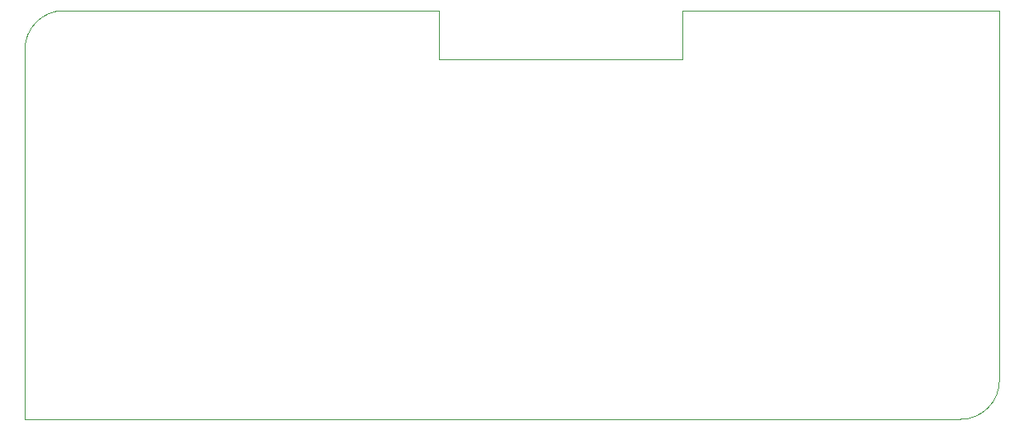
<source format=gbr>
%TF.GenerationSoftware,KiCad,Pcbnew,7.0.10-7.0.10~ubuntu22.04.1*%
%TF.CreationDate,2024-03-26T22:08:59+01:00*%
%TF.ProjectId,hackbat,6861636b-6261-4742-9e6b-696361645f70,rev?*%
%TF.SameCoordinates,Original*%
%TF.FileFunction,Profile,NP*%
%FSLAX46Y46*%
G04 Gerber Fmt 4.6, Leading zero omitted, Abs format (unit mm)*
G04 Created by KiCad (PCBNEW 7.0.10-7.0.10~ubuntu22.04.1) date 2024-03-26 22:08:59*
%MOMM*%
%LPD*%
G01*
G04 APERTURE LIST*
%TA.AperFunction,Profile*%
%ADD10C,0.100000*%
%TD*%
G04 APERTURE END LIST*
D10*
X186000000Y-102000000D02*
X90000000Y-102000000D01*
X132500000Y-60000000D02*
X132500000Y-65000000D01*
X190000000Y-60000000D02*
X190000000Y-98000000D01*
X157500000Y-60000000D02*
X157500000Y-65000000D01*
X94000000Y-60000000D02*
X132500000Y-60000000D01*
X90000000Y-102000000D02*
X90000000Y-64000000D01*
X186000000Y-102000000D02*
G75*
G03*
X190000000Y-98000000I0J4000000D01*
G01*
X132500000Y-65000000D02*
X157500000Y-65000000D01*
X94000000Y-60000000D02*
G75*
G03*
X90000000Y-64000000I0J-4000000D01*
G01*
X157500000Y-60000000D02*
X190000000Y-60000000D01*
M02*

</source>
